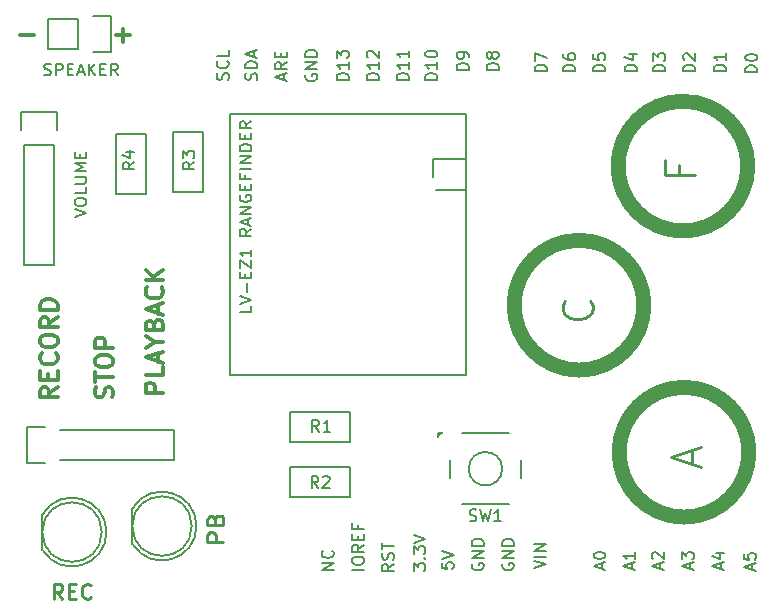
<source format=gto>
G04 #@! TF.FileFunction,Legend,Top*
%FSLAX46Y46*%
G04 Gerber Fmt 4.6, Leading zero omitted, Abs format (unit mm)*
G04 Created by KiCad (PCBNEW 4.0.1-3.201512221402+6198~38~ubuntu14.04.1-stable) date Fri 19 Feb 2016 11:58:25 AM PST*
%MOMM*%
G01*
G04 APERTURE LIST*
%ADD10C,0.100000*%
%ADD11C,1.270000*%
%ADD12C,0.300000*%
%ADD13C,0.152400*%
%ADD14C,0.150000*%
%ADD15C,0.254000*%
G04 APERTURE END LIST*
D10*
D11*
X151036860Y-103471140D02*
G75*
G03X151036860Y-103471140I-5494860J0D01*
G01*
X142146860Y-91025140D02*
G75*
G03X142146860Y-91025140I-5494860J0D01*
G01*
X150943720Y-79248000D02*
G75*
G03X150943720Y-79248000I-5494860J0D01*
G01*
D12*
X89344572Y-68179143D02*
X90487429Y-68179143D01*
X97472572Y-68179143D02*
X98615429Y-68179143D01*
X98044000Y-68750571D02*
X98044000Y-67607714D01*
X101453071Y-98448857D02*
X99953071Y-98448857D01*
X99953071Y-97877429D01*
X100024500Y-97734571D01*
X100095929Y-97663143D01*
X100238786Y-97591714D01*
X100453071Y-97591714D01*
X100595929Y-97663143D01*
X100667357Y-97734571D01*
X100738786Y-97877429D01*
X100738786Y-98448857D01*
X101453071Y-96234571D02*
X101453071Y-96948857D01*
X99953071Y-96948857D01*
X101024500Y-95806000D02*
X101024500Y-95091714D01*
X101453071Y-95948857D02*
X99953071Y-95448857D01*
X101453071Y-94948857D01*
X100738786Y-94163143D02*
X101453071Y-94163143D01*
X99953071Y-94663143D02*
X100738786Y-94163143D01*
X99953071Y-93663143D01*
X100667357Y-92663143D02*
X100738786Y-92448857D01*
X100810214Y-92377429D01*
X100953071Y-92306000D01*
X101167357Y-92306000D01*
X101310214Y-92377429D01*
X101381643Y-92448857D01*
X101453071Y-92591715D01*
X101453071Y-93163143D01*
X99953071Y-93163143D01*
X99953071Y-92663143D01*
X100024500Y-92520286D01*
X100095929Y-92448857D01*
X100238786Y-92377429D01*
X100381643Y-92377429D01*
X100524500Y-92448857D01*
X100595929Y-92520286D01*
X100667357Y-92663143D01*
X100667357Y-93163143D01*
X101024500Y-91734572D02*
X101024500Y-91020286D01*
X101453071Y-91877429D02*
X99953071Y-91377429D01*
X101453071Y-90877429D01*
X101310214Y-89520286D02*
X101381643Y-89591715D01*
X101453071Y-89806001D01*
X101453071Y-89948858D01*
X101381643Y-90163143D01*
X101238786Y-90306001D01*
X101095929Y-90377429D01*
X100810214Y-90448858D01*
X100595929Y-90448858D01*
X100310214Y-90377429D01*
X100167357Y-90306001D01*
X100024500Y-90163143D01*
X99953071Y-89948858D01*
X99953071Y-89806001D01*
X100024500Y-89591715D01*
X100095929Y-89520286D01*
X101453071Y-88877429D02*
X99953071Y-88877429D01*
X101453071Y-88020286D02*
X100595929Y-88663143D01*
X99953071Y-88020286D02*
X100810214Y-88877429D01*
X97127143Y-98837786D02*
X97198571Y-98623500D01*
X97198571Y-98266357D01*
X97127143Y-98123500D01*
X97055714Y-98052071D01*
X96912857Y-97980643D01*
X96770000Y-97980643D01*
X96627143Y-98052071D01*
X96555714Y-98123500D01*
X96484286Y-98266357D01*
X96412857Y-98552071D01*
X96341429Y-98694929D01*
X96270000Y-98766357D01*
X96127143Y-98837786D01*
X95984286Y-98837786D01*
X95841429Y-98766357D01*
X95770000Y-98694929D01*
X95698571Y-98552071D01*
X95698571Y-98194929D01*
X95770000Y-97980643D01*
X95698571Y-97552072D02*
X95698571Y-96694929D01*
X97198571Y-97123500D02*
X95698571Y-97123500D01*
X95698571Y-95909215D02*
X95698571Y-95623501D01*
X95770000Y-95480643D01*
X95912857Y-95337786D01*
X96198571Y-95266358D01*
X96698571Y-95266358D01*
X96984286Y-95337786D01*
X97127143Y-95480643D01*
X97198571Y-95623501D01*
X97198571Y-95909215D01*
X97127143Y-96052072D01*
X96984286Y-96194929D01*
X96698571Y-96266358D01*
X96198571Y-96266358D01*
X95912857Y-96194929D01*
X95770000Y-96052072D01*
X95698571Y-95909215D01*
X97198571Y-94623500D02*
X95698571Y-94623500D01*
X95698571Y-94052072D01*
X95770000Y-93909214D01*
X95841429Y-93837786D01*
X95984286Y-93766357D01*
X96198571Y-93766357D01*
X96341429Y-93837786D01*
X96412857Y-93909214D01*
X96484286Y-94052072D01*
X96484286Y-94623500D01*
X92499571Y-97972714D02*
X91785286Y-98472714D01*
X92499571Y-98829857D02*
X90999571Y-98829857D01*
X90999571Y-98258429D01*
X91071000Y-98115571D01*
X91142429Y-98044143D01*
X91285286Y-97972714D01*
X91499571Y-97972714D01*
X91642429Y-98044143D01*
X91713857Y-98115571D01*
X91785286Y-98258429D01*
X91785286Y-98829857D01*
X91713857Y-97329857D02*
X91713857Y-96829857D01*
X92499571Y-96615571D02*
X92499571Y-97329857D01*
X90999571Y-97329857D01*
X90999571Y-96615571D01*
X92356714Y-95115571D02*
X92428143Y-95187000D01*
X92499571Y-95401286D01*
X92499571Y-95544143D01*
X92428143Y-95758428D01*
X92285286Y-95901286D01*
X92142429Y-95972714D01*
X91856714Y-96044143D01*
X91642429Y-96044143D01*
X91356714Y-95972714D01*
X91213857Y-95901286D01*
X91071000Y-95758428D01*
X90999571Y-95544143D01*
X90999571Y-95401286D01*
X91071000Y-95187000D01*
X91142429Y-95115571D01*
X90999571Y-94187000D02*
X90999571Y-93901286D01*
X91071000Y-93758428D01*
X91213857Y-93615571D01*
X91499571Y-93544143D01*
X91999571Y-93544143D01*
X92285286Y-93615571D01*
X92428143Y-93758428D01*
X92499571Y-93901286D01*
X92499571Y-94187000D01*
X92428143Y-94329857D01*
X92285286Y-94472714D01*
X91999571Y-94544143D01*
X91499571Y-94544143D01*
X91213857Y-94472714D01*
X91071000Y-94329857D01*
X90999571Y-94187000D01*
X92499571Y-92044142D02*
X91785286Y-92544142D01*
X92499571Y-92901285D02*
X90999571Y-92901285D01*
X90999571Y-92329857D01*
X91071000Y-92186999D01*
X91142429Y-92115571D01*
X91285286Y-92044142D01*
X91499571Y-92044142D01*
X91642429Y-92115571D01*
X91713857Y-92186999D01*
X91785286Y-92329857D01*
X91785286Y-92901285D01*
X92499571Y-91401285D02*
X90999571Y-91401285D01*
X90999571Y-91044142D01*
X91071000Y-90829857D01*
X91213857Y-90686999D01*
X91356714Y-90615571D01*
X91642429Y-90544142D01*
X91856714Y-90544142D01*
X92142429Y-90615571D01*
X92285286Y-90686999D01*
X92428143Y-90829857D01*
X92499571Y-91044142D01*
X92499571Y-91401285D01*
D13*
X107124500Y-74866500D02*
X127063500Y-74866500D01*
X127063500Y-96964500D02*
X127063500Y-74866500D01*
X107124500Y-96964500D02*
X107124500Y-74866500D01*
X107124500Y-96964500D02*
X127063500Y-96964500D01*
D14*
X127063500Y-81309500D02*
X124579500Y-81309500D01*
X124249500Y-80189500D02*
X124249500Y-78639500D01*
X124274500Y-78614500D02*
X127063500Y-78614500D01*
X112141000Y-100076000D02*
X117221000Y-100076000D01*
X117221000Y-100076000D02*
X117221000Y-102616000D01*
X117221000Y-102616000D02*
X112141000Y-102616000D01*
X112141000Y-102616000D02*
X112141000Y-100076000D01*
X112141000Y-104711500D02*
X117221000Y-104711500D01*
X117221000Y-104711500D02*
X117221000Y-107251500D01*
X117221000Y-107251500D02*
X112141000Y-107251500D01*
X112141000Y-107251500D02*
X112141000Y-104711500D01*
X102235000Y-81470500D02*
X102235000Y-76390500D01*
X102235000Y-76390500D02*
X104775000Y-76390500D01*
X104775000Y-76390500D02*
X104775000Y-81470500D01*
X104775000Y-81470500D02*
X102235000Y-81470500D01*
X97409000Y-81597500D02*
X97409000Y-76517500D01*
X97409000Y-76517500D02*
X99949000Y-76517500D01*
X99949000Y-76517500D02*
X99949000Y-81597500D01*
X99949000Y-81597500D02*
X97409000Y-81597500D01*
X91241112Y-111760904D02*
G75*
G03X91226000Y-108736000I2484888J1524904D01*
G01*
X91226000Y-111736000D02*
X91226000Y-108736000D01*
X96243936Y-110236000D02*
G75*
G03X96243936Y-110236000I-2517936J0D01*
G01*
X98861112Y-111252904D02*
G75*
G03X98846000Y-108228000I2484888J1524904D01*
G01*
X98846000Y-111228000D02*
X98846000Y-108228000D01*
X103863936Y-109728000D02*
G75*
G03X103863936Y-109728000I-2517936J0D01*
G01*
X89382000Y-76200000D02*
X89382000Y-74650000D01*
X89382000Y-74650000D02*
X92482000Y-74650000D01*
X92482000Y-74650000D02*
X92482000Y-76200000D01*
X92202000Y-77470000D02*
X92202000Y-87630000D01*
X92202000Y-87630000D02*
X89662000Y-87630000D01*
X89662000Y-87630000D02*
X89662000Y-77470000D01*
X92202000Y-77470000D02*
X89662000Y-77470000D01*
X94234000Y-69342000D02*
X91694000Y-69342000D01*
X97054000Y-69622000D02*
X95504000Y-69622000D01*
X94234000Y-69342000D02*
X94234000Y-66802000D01*
X95504000Y-66522000D02*
X97054000Y-66522000D01*
X97054000Y-66522000D02*
X97054000Y-69622000D01*
X94234000Y-66802000D02*
X91694000Y-66802000D01*
X91694000Y-66802000D02*
X91694000Y-69342000D01*
X91440000Y-104420000D02*
X89890000Y-104420000D01*
X89890000Y-104420000D02*
X89890000Y-101320000D01*
X89890000Y-101320000D02*
X91440000Y-101320000D01*
X92710000Y-101600000D02*
X102362000Y-101600000D01*
X102362000Y-101600000D02*
X102362000Y-104140000D01*
X102362000Y-104140000D02*
X92710000Y-104140000D01*
X124780000Y-101870000D02*
X124780000Y-101970000D01*
X124680000Y-101820000D02*
X125030000Y-101820000D01*
X125030000Y-101820000D02*
G75*
G03X124680000Y-102170000I700000J-1050000D01*
G01*
X124680000Y-101820000D02*
X124680000Y-102170000D01*
X130144214Y-104870000D02*
G75*
G03X130144214Y-104870000I-1414214J0D01*
G01*
X126730000Y-107870000D02*
X130730000Y-107870000D01*
X126730000Y-101870000D02*
X130730000Y-101870000D01*
X125730000Y-105620000D02*
X125730000Y-104120000D01*
X131730000Y-104120000D02*
X131730000Y-105620000D01*
D10*
X125730000Y-104870000D02*
X125730000Y-104870000D01*
X130730000Y-107870000D02*
X126730000Y-107870000D01*
X130730000Y-101870000D02*
X126730000Y-101870000D01*
X131730000Y-104870000D02*
X131730000Y-104870000D01*
X130144214Y-104870000D02*
G75*
G03X130144214Y-104870000I-1414214J0D01*
G01*
D14*
X118435381Y-113410762D02*
X117435381Y-113410762D01*
X117435381Y-112744096D02*
X117435381Y-112553619D01*
X117483000Y-112458381D01*
X117578238Y-112363143D01*
X117768714Y-112315524D01*
X118102048Y-112315524D01*
X118292524Y-112363143D01*
X118387762Y-112458381D01*
X118435381Y-112553619D01*
X118435381Y-112744096D01*
X118387762Y-112839334D01*
X118292524Y-112934572D01*
X118102048Y-112982191D01*
X117768714Y-112982191D01*
X117578238Y-112934572D01*
X117483000Y-112839334D01*
X117435381Y-112744096D01*
X118435381Y-111315524D02*
X117959190Y-111648858D01*
X118435381Y-111886953D02*
X117435381Y-111886953D01*
X117435381Y-111506000D01*
X117483000Y-111410762D01*
X117530619Y-111363143D01*
X117625857Y-111315524D01*
X117768714Y-111315524D01*
X117863952Y-111363143D01*
X117911571Y-111410762D01*
X117959190Y-111506000D01*
X117959190Y-111886953D01*
X117911571Y-110886953D02*
X117911571Y-110553619D01*
X118435381Y-110410762D02*
X118435381Y-110886953D01*
X117435381Y-110886953D01*
X117435381Y-110410762D01*
X117911571Y-109648857D02*
X117911571Y-109982191D01*
X118435381Y-109982191D02*
X117435381Y-109982191D01*
X117435381Y-109506000D01*
X115875381Y-113434714D02*
X114875381Y-113434714D01*
X115875381Y-112863285D01*
X114875381Y-112863285D01*
X115780143Y-111815666D02*
X115827762Y-111863285D01*
X115875381Y-112006142D01*
X115875381Y-112101380D01*
X115827762Y-112244238D01*
X115732524Y-112339476D01*
X115637286Y-112387095D01*
X115446810Y-112434714D01*
X115303952Y-112434714D01*
X115113476Y-112387095D01*
X115018238Y-112339476D01*
X114923000Y-112244238D01*
X114875381Y-112101380D01*
X114875381Y-112006142D01*
X114923000Y-111863285D01*
X114970619Y-111815666D01*
X120975381Y-112942619D02*
X120499190Y-113275953D01*
X120975381Y-113514048D02*
X119975381Y-113514048D01*
X119975381Y-113133095D01*
X120023000Y-113037857D01*
X120070619Y-112990238D01*
X120165857Y-112942619D01*
X120308714Y-112942619D01*
X120403952Y-112990238D01*
X120451571Y-113037857D01*
X120499190Y-113133095D01*
X120499190Y-113514048D01*
X120927762Y-112561667D02*
X120975381Y-112418810D01*
X120975381Y-112180714D01*
X120927762Y-112085476D01*
X120880143Y-112037857D01*
X120784905Y-111990238D01*
X120689667Y-111990238D01*
X120594429Y-112037857D01*
X120546810Y-112085476D01*
X120499190Y-112180714D01*
X120451571Y-112371191D01*
X120403952Y-112466429D01*
X120356333Y-112514048D01*
X120261095Y-112561667D01*
X120165857Y-112561667D01*
X120070619Y-112514048D01*
X120023000Y-112466429D01*
X119975381Y-112371191D01*
X119975381Y-112133095D01*
X120023000Y-111990238D01*
X119975381Y-111704524D02*
X119975381Y-111133095D01*
X120975381Y-111418810D02*
X119975381Y-111418810D01*
X122642381Y-113490190D02*
X122642381Y-112871142D01*
X123023333Y-113204476D01*
X123023333Y-113061618D01*
X123070952Y-112966380D01*
X123118571Y-112918761D01*
X123213810Y-112871142D01*
X123451905Y-112871142D01*
X123547143Y-112918761D01*
X123594762Y-112966380D01*
X123642381Y-113061618D01*
X123642381Y-113347333D01*
X123594762Y-113442571D01*
X123547143Y-113490190D01*
X123547143Y-112442571D02*
X123594762Y-112394952D01*
X123642381Y-112442571D01*
X123594762Y-112490190D01*
X123547143Y-112442571D01*
X123642381Y-112442571D01*
X122642381Y-112061619D02*
X122642381Y-111442571D01*
X123023333Y-111775905D01*
X123023333Y-111633047D01*
X123070952Y-111537809D01*
X123118571Y-111490190D01*
X123213810Y-111442571D01*
X123451905Y-111442571D01*
X123547143Y-111490190D01*
X123594762Y-111537809D01*
X123642381Y-111633047D01*
X123642381Y-111918762D01*
X123594762Y-112014000D01*
X123547143Y-112061619D01*
X122642381Y-111156857D02*
X123642381Y-110823524D01*
X122642381Y-110490190D01*
X125035381Y-112839476D02*
X125035381Y-113315667D01*
X125511571Y-113363286D01*
X125463952Y-113315667D01*
X125416333Y-113220429D01*
X125416333Y-112982333D01*
X125463952Y-112887095D01*
X125511571Y-112839476D01*
X125606810Y-112791857D01*
X125844905Y-112791857D01*
X125940143Y-112839476D01*
X125987762Y-112887095D01*
X126035381Y-112982333D01*
X126035381Y-113220429D01*
X125987762Y-113315667D01*
X125940143Y-113363286D01*
X125035381Y-112506143D02*
X126035381Y-112172810D01*
X125035381Y-111839476D01*
X127623000Y-112902904D02*
X127575381Y-112998142D01*
X127575381Y-113140999D01*
X127623000Y-113283857D01*
X127718238Y-113379095D01*
X127813476Y-113426714D01*
X128003952Y-113474333D01*
X128146810Y-113474333D01*
X128337286Y-113426714D01*
X128432524Y-113379095D01*
X128527762Y-113283857D01*
X128575381Y-113140999D01*
X128575381Y-113045761D01*
X128527762Y-112902904D01*
X128480143Y-112855285D01*
X128146810Y-112855285D01*
X128146810Y-113045761D01*
X128575381Y-112426714D02*
X127575381Y-112426714D01*
X128575381Y-111855285D01*
X127575381Y-111855285D01*
X128575381Y-111379095D02*
X127575381Y-111379095D01*
X127575381Y-111141000D01*
X127623000Y-110998142D01*
X127718238Y-110902904D01*
X127813476Y-110855285D01*
X128003952Y-110807666D01*
X128146810Y-110807666D01*
X128337286Y-110855285D01*
X128432524Y-110902904D01*
X128527762Y-110998142D01*
X128575381Y-111141000D01*
X128575381Y-111379095D01*
X130198000Y-112902904D02*
X130150381Y-112998142D01*
X130150381Y-113140999D01*
X130198000Y-113283857D01*
X130293238Y-113379095D01*
X130388476Y-113426714D01*
X130578952Y-113474333D01*
X130721810Y-113474333D01*
X130912286Y-113426714D01*
X131007524Y-113379095D01*
X131102762Y-113283857D01*
X131150381Y-113140999D01*
X131150381Y-113045761D01*
X131102762Y-112902904D01*
X131055143Y-112855285D01*
X130721810Y-112855285D01*
X130721810Y-113045761D01*
X131150381Y-112426714D02*
X130150381Y-112426714D01*
X131150381Y-111855285D01*
X130150381Y-111855285D01*
X131150381Y-111379095D02*
X130150381Y-111379095D01*
X130150381Y-111141000D01*
X130198000Y-110998142D01*
X130293238Y-110902904D01*
X130388476Y-110855285D01*
X130578952Y-110807666D01*
X130721810Y-110807666D01*
X130912286Y-110855285D01*
X131007524Y-110902904D01*
X131102762Y-110998142D01*
X131150381Y-111141000D01*
X131150381Y-111379095D01*
X132825381Y-113311238D02*
X133825381Y-112977905D01*
X132825381Y-112644571D01*
X133825381Y-112311238D02*
X132825381Y-112311238D01*
X133825381Y-111835048D02*
X132825381Y-111835048D01*
X133825381Y-111263619D01*
X132825381Y-111263619D01*
X151319667Y-113438286D02*
X151319667Y-112962095D01*
X151605381Y-113533524D02*
X150605381Y-113200191D01*
X151605381Y-112866857D01*
X150605381Y-112057333D02*
X150605381Y-112533524D01*
X151081571Y-112581143D01*
X151033952Y-112533524D01*
X150986333Y-112438286D01*
X150986333Y-112200190D01*
X151033952Y-112104952D01*
X151081571Y-112057333D01*
X151176810Y-112009714D01*
X151414905Y-112009714D01*
X151510143Y-112057333D01*
X151557762Y-112104952D01*
X151605381Y-112200190D01*
X151605381Y-112438286D01*
X151557762Y-112533524D01*
X151510143Y-112581143D01*
X148644667Y-113363286D02*
X148644667Y-112887095D01*
X148930381Y-113458524D02*
X147930381Y-113125191D01*
X148930381Y-112791857D01*
X148263714Y-112029952D02*
X148930381Y-112029952D01*
X147882762Y-112268048D02*
X148597048Y-112506143D01*
X148597048Y-111887095D01*
X146069667Y-113363286D02*
X146069667Y-112887095D01*
X146355381Y-113458524D02*
X145355381Y-113125191D01*
X146355381Y-112791857D01*
X145355381Y-112553762D02*
X145355381Y-111934714D01*
X145736333Y-112268048D01*
X145736333Y-112125190D01*
X145783952Y-112029952D01*
X145831571Y-111982333D01*
X145926810Y-111934714D01*
X146164905Y-111934714D01*
X146260143Y-111982333D01*
X146307762Y-112029952D01*
X146355381Y-112125190D01*
X146355381Y-112410905D01*
X146307762Y-112506143D01*
X146260143Y-112553762D01*
X143529667Y-113363286D02*
X143529667Y-112887095D01*
X143815381Y-113458524D02*
X142815381Y-113125191D01*
X143815381Y-112791857D01*
X142910619Y-112506143D02*
X142863000Y-112458524D01*
X142815381Y-112363286D01*
X142815381Y-112125190D01*
X142863000Y-112029952D01*
X142910619Y-111982333D01*
X143005857Y-111934714D01*
X143101095Y-111934714D01*
X143243952Y-111982333D01*
X143815381Y-112553762D01*
X143815381Y-111934714D01*
X141116667Y-113363286D02*
X141116667Y-112887095D01*
X141402381Y-113458524D02*
X140402381Y-113125191D01*
X141402381Y-112791857D01*
X141402381Y-111934714D02*
X141402381Y-112506143D01*
X141402381Y-112220429D02*
X140402381Y-112220429D01*
X140545238Y-112315667D01*
X140640476Y-112410905D01*
X140688095Y-112506143D01*
X138596667Y-113363286D02*
X138596667Y-112887095D01*
X138882381Y-113458524D02*
X137882381Y-113125191D01*
X138882381Y-112791857D01*
X137882381Y-112268048D02*
X137882381Y-112172809D01*
X137930000Y-112077571D01*
X137977619Y-112029952D01*
X138072857Y-111982333D01*
X138263333Y-111934714D01*
X138501429Y-111934714D01*
X138691905Y-111982333D01*
X138787143Y-112029952D01*
X138834762Y-112077571D01*
X138882381Y-112172809D01*
X138882381Y-112268048D01*
X138834762Y-112363286D01*
X138787143Y-112410905D01*
X138691905Y-112458524D01*
X138501429Y-112506143D01*
X138263333Y-112506143D01*
X138072857Y-112458524D01*
X137977619Y-112410905D01*
X137930000Y-112363286D01*
X137882381Y-112268048D01*
X106937762Y-71929476D02*
X106985381Y-71786619D01*
X106985381Y-71548523D01*
X106937762Y-71453285D01*
X106890143Y-71405666D01*
X106794905Y-71358047D01*
X106699667Y-71358047D01*
X106604429Y-71405666D01*
X106556810Y-71453285D01*
X106509190Y-71548523D01*
X106461571Y-71739000D01*
X106413952Y-71834238D01*
X106366333Y-71881857D01*
X106271095Y-71929476D01*
X106175857Y-71929476D01*
X106080619Y-71881857D01*
X106033000Y-71834238D01*
X105985381Y-71739000D01*
X105985381Y-71500904D01*
X106033000Y-71358047D01*
X106890143Y-70358047D02*
X106937762Y-70405666D01*
X106985381Y-70548523D01*
X106985381Y-70643761D01*
X106937762Y-70786619D01*
X106842524Y-70881857D01*
X106747286Y-70929476D01*
X106556810Y-70977095D01*
X106413952Y-70977095D01*
X106223476Y-70929476D01*
X106128238Y-70881857D01*
X106033000Y-70786619D01*
X105985381Y-70643761D01*
X105985381Y-70548523D01*
X106033000Y-70405666D01*
X106080619Y-70358047D01*
X106985381Y-69453285D02*
X106985381Y-69929476D01*
X105985381Y-69929476D01*
X109350762Y-71953286D02*
X109398381Y-71810429D01*
X109398381Y-71572333D01*
X109350762Y-71477095D01*
X109303143Y-71429476D01*
X109207905Y-71381857D01*
X109112667Y-71381857D01*
X109017429Y-71429476D01*
X108969810Y-71477095D01*
X108922190Y-71572333D01*
X108874571Y-71762810D01*
X108826952Y-71858048D01*
X108779333Y-71905667D01*
X108684095Y-71953286D01*
X108588857Y-71953286D01*
X108493619Y-71905667D01*
X108446000Y-71858048D01*
X108398381Y-71762810D01*
X108398381Y-71524714D01*
X108446000Y-71381857D01*
X109398381Y-70953286D02*
X108398381Y-70953286D01*
X108398381Y-70715191D01*
X108446000Y-70572333D01*
X108541238Y-70477095D01*
X108636476Y-70429476D01*
X108826952Y-70381857D01*
X108969810Y-70381857D01*
X109160286Y-70429476D01*
X109255524Y-70477095D01*
X109350762Y-70572333D01*
X109398381Y-70715191D01*
X109398381Y-70953286D01*
X109112667Y-70000905D02*
X109112667Y-69524714D01*
X109398381Y-70096143D02*
X108398381Y-69762810D01*
X109398381Y-69429476D01*
X111652667Y-71929476D02*
X111652667Y-71453285D01*
X111938381Y-72024714D02*
X110938381Y-71691381D01*
X111938381Y-71358047D01*
X111938381Y-70453285D02*
X111462190Y-70786619D01*
X111938381Y-71024714D02*
X110938381Y-71024714D01*
X110938381Y-70643761D01*
X110986000Y-70548523D01*
X111033619Y-70500904D01*
X111128857Y-70453285D01*
X111271714Y-70453285D01*
X111366952Y-70500904D01*
X111414571Y-70548523D01*
X111462190Y-70643761D01*
X111462190Y-71024714D01*
X111414571Y-70024714D02*
X111414571Y-69691380D01*
X111938381Y-69548523D02*
X111938381Y-70024714D01*
X110938381Y-70024714D01*
X110938381Y-69548523D01*
X113526000Y-71500904D02*
X113478381Y-71596142D01*
X113478381Y-71738999D01*
X113526000Y-71881857D01*
X113621238Y-71977095D01*
X113716476Y-72024714D01*
X113906952Y-72072333D01*
X114049810Y-72072333D01*
X114240286Y-72024714D01*
X114335524Y-71977095D01*
X114430762Y-71881857D01*
X114478381Y-71738999D01*
X114478381Y-71643761D01*
X114430762Y-71500904D01*
X114383143Y-71453285D01*
X114049810Y-71453285D01*
X114049810Y-71643761D01*
X114478381Y-71024714D02*
X113478381Y-71024714D01*
X114478381Y-70453285D01*
X113478381Y-70453285D01*
X114478381Y-69977095D02*
X113478381Y-69977095D01*
X113478381Y-69739000D01*
X113526000Y-69596142D01*
X113621238Y-69500904D01*
X113716476Y-69453285D01*
X113906952Y-69405666D01*
X114049810Y-69405666D01*
X114240286Y-69453285D01*
X114335524Y-69500904D01*
X114430762Y-69596142D01*
X114478381Y-69739000D01*
X114478381Y-69977095D01*
X117145381Y-71953286D02*
X116145381Y-71953286D01*
X116145381Y-71715191D01*
X116193000Y-71572333D01*
X116288238Y-71477095D01*
X116383476Y-71429476D01*
X116573952Y-71381857D01*
X116716810Y-71381857D01*
X116907286Y-71429476D01*
X117002524Y-71477095D01*
X117097762Y-71572333D01*
X117145381Y-71715191D01*
X117145381Y-71953286D01*
X117145381Y-70429476D02*
X117145381Y-71000905D01*
X117145381Y-70715191D02*
X116145381Y-70715191D01*
X116288238Y-70810429D01*
X116383476Y-70905667D01*
X116431095Y-71000905D01*
X116145381Y-70096143D02*
X116145381Y-69477095D01*
X116526333Y-69810429D01*
X116526333Y-69667571D01*
X116573952Y-69572333D01*
X116621571Y-69524714D01*
X116716810Y-69477095D01*
X116954905Y-69477095D01*
X117050143Y-69524714D01*
X117097762Y-69572333D01*
X117145381Y-69667571D01*
X117145381Y-69953286D01*
X117097762Y-70048524D01*
X117050143Y-70096143D01*
X119685381Y-71953286D02*
X118685381Y-71953286D01*
X118685381Y-71715191D01*
X118733000Y-71572333D01*
X118828238Y-71477095D01*
X118923476Y-71429476D01*
X119113952Y-71381857D01*
X119256810Y-71381857D01*
X119447286Y-71429476D01*
X119542524Y-71477095D01*
X119637762Y-71572333D01*
X119685381Y-71715191D01*
X119685381Y-71953286D01*
X119685381Y-70429476D02*
X119685381Y-71000905D01*
X119685381Y-70715191D02*
X118685381Y-70715191D01*
X118828238Y-70810429D01*
X118923476Y-70905667D01*
X118971095Y-71000905D01*
X118780619Y-70048524D02*
X118733000Y-70000905D01*
X118685381Y-69905667D01*
X118685381Y-69667571D01*
X118733000Y-69572333D01*
X118780619Y-69524714D01*
X118875857Y-69477095D01*
X118971095Y-69477095D01*
X119113952Y-69524714D01*
X119685381Y-70096143D01*
X119685381Y-69477095D01*
X122225381Y-71953286D02*
X121225381Y-71953286D01*
X121225381Y-71715191D01*
X121273000Y-71572333D01*
X121368238Y-71477095D01*
X121463476Y-71429476D01*
X121653952Y-71381857D01*
X121796810Y-71381857D01*
X121987286Y-71429476D01*
X122082524Y-71477095D01*
X122177762Y-71572333D01*
X122225381Y-71715191D01*
X122225381Y-71953286D01*
X122225381Y-70429476D02*
X122225381Y-71000905D01*
X122225381Y-70715191D02*
X121225381Y-70715191D01*
X121368238Y-70810429D01*
X121463476Y-70905667D01*
X121511095Y-71000905D01*
X122225381Y-69477095D02*
X122225381Y-70048524D01*
X122225381Y-69762810D02*
X121225381Y-69762810D01*
X121368238Y-69858048D01*
X121463476Y-69953286D01*
X121511095Y-70048524D01*
X124638381Y-71953286D02*
X123638381Y-71953286D01*
X123638381Y-71715191D01*
X123686000Y-71572333D01*
X123781238Y-71477095D01*
X123876476Y-71429476D01*
X124066952Y-71381857D01*
X124209810Y-71381857D01*
X124400286Y-71429476D01*
X124495524Y-71477095D01*
X124590762Y-71572333D01*
X124638381Y-71715191D01*
X124638381Y-71953286D01*
X124638381Y-70429476D02*
X124638381Y-71000905D01*
X124638381Y-70715191D02*
X123638381Y-70715191D01*
X123781238Y-70810429D01*
X123876476Y-70905667D01*
X123924095Y-71000905D01*
X123638381Y-69810429D02*
X123638381Y-69715190D01*
X123686000Y-69619952D01*
X123733619Y-69572333D01*
X123828857Y-69524714D01*
X124019333Y-69477095D01*
X124257429Y-69477095D01*
X124447905Y-69524714D01*
X124543143Y-69572333D01*
X124590762Y-69619952D01*
X124638381Y-69715190D01*
X124638381Y-69810429D01*
X124590762Y-69905667D01*
X124543143Y-69953286D01*
X124447905Y-70000905D01*
X124257429Y-70048524D01*
X124019333Y-70048524D01*
X123828857Y-70000905D01*
X123733619Y-69953286D01*
X123686000Y-69905667D01*
X123638381Y-69810429D01*
X127305381Y-71096095D02*
X126305381Y-71096095D01*
X126305381Y-70858000D01*
X126353000Y-70715142D01*
X126448238Y-70619904D01*
X126543476Y-70572285D01*
X126733952Y-70524666D01*
X126876810Y-70524666D01*
X127067286Y-70572285D01*
X127162524Y-70619904D01*
X127257762Y-70715142D01*
X127305381Y-70858000D01*
X127305381Y-71096095D01*
X127305381Y-70048476D02*
X127305381Y-69858000D01*
X127257762Y-69762761D01*
X127210143Y-69715142D01*
X127067286Y-69619904D01*
X126876810Y-69572285D01*
X126495857Y-69572285D01*
X126400619Y-69619904D01*
X126353000Y-69667523D01*
X126305381Y-69762761D01*
X126305381Y-69953238D01*
X126353000Y-70048476D01*
X126400619Y-70096095D01*
X126495857Y-70143714D01*
X126733952Y-70143714D01*
X126829190Y-70096095D01*
X126876810Y-70048476D01*
X126924429Y-69953238D01*
X126924429Y-69762761D01*
X126876810Y-69667523D01*
X126829190Y-69619904D01*
X126733952Y-69572285D01*
X129845381Y-71096095D02*
X128845381Y-71096095D01*
X128845381Y-70858000D01*
X128893000Y-70715142D01*
X128988238Y-70619904D01*
X129083476Y-70572285D01*
X129273952Y-70524666D01*
X129416810Y-70524666D01*
X129607286Y-70572285D01*
X129702524Y-70619904D01*
X129797762Y-70715142D01*
X129845381Y-70858000D01*
X129845381Y-71096095D01*
X129273952Y-69953238D02*
X129226333Y-70048476D01*
X129178714Y-70096095D01*
X129083476Y-70143714D01*
X129035857Y-70143714D01*
X128940619Y-70096095D01*
X128893000Y-70048476D01*
X128845381Y-69953238D01*
X128845381Y-69762761D01*
X128893000Y-69667523D01*
X128940619Y-69619904D01*
X129035857Y-69572285D01*
X129083476Y-69572285D01*
X129178714Y-69619904D01*
X129226333Y-69667523D01*
X129273952Y-69762761D01*
X129273952Y-69953238D01*
X129321571Y-70048476D01*
X129369190Y-70096095D01*
X129464429Y-70143714D01*
X129654905Y-70143714D01*
X129750143Y-70096095D01*
X129797762Y-70048476D01*
X129845381Y-69953238D01*
X129845381Y-69762761D01*
X129797762Y-69667523D01*
X129750143Y-69619904D01*
X129654905Y-69572285D01*
X129464429Y-69572285D01*
X129369190Y-69619904D01*
X129321571Y-69667523D01*
X129273952Y-69762761D01*
X133909381Y-71223095D02*
X132909381Y-71223095D01*
X132909381Y-70985000D01*
X132957000Y-70842142D01*
X133052238Y-70746904D01*
X133147476Y-70699285D01*
X133337952Y-70651666D01*
X133480810Y-70651666D01*
X133671286Y-70699285D01*
X133766524Y-70746904D01*
X133861762Y-70842142D01*
X133909381Y-70985000D01*
X133909381Y-71223095D01*
X132909381Y-70318333D02*
X132909381Y-69651666D01*
X133909381Y-70080238D01*
X136322381Y-71223095D02*
X135322381Y-71223095D01*
X135322381Y-70985000D01*
X135370000Y-70842142D01*
X135465238Y-70746904D01*
X135560476Y-70699285D01*
X135750952Y-70651666D01*
X135893810Y-70651666D01*
X136084286Y-70699285D01*
X136179524Y-70746904D01*
X136274762Y-70842142D01*
X136322381Y-70985000D01*
X136322381Y-71223095D01*
X135322381Y-69794523D02*
X135322381Y-69985000D01*
X135370000Y-70080238D01*
X135417619Y-70127857D01*
X135560476Y-70223095D01*
X135750952Y-70270714D01*
X136131905Y-70270714D01*
X136227143Y-70223095D01*
X136274762Y-70175476D01*
X136322381Y-70080238D01*
X136322381Y-69889761D01*
X136274762Y-69794523D01*
X136227143Y-69746904D01*
X136131905Y-69699285D01*
X135893810Y-69699285D01*
X135798571Y-69746904D01*
X135750952Y-69794523D01*
X135703333Y-69889761D01*
X135703333Y-70080238D01*
X135750952Y-70175476D01*
X135798571Y-70223095D01*
X135893810Y-70270714D01*
X138862381Y-71223095D02*
X137862381Y-71223095D01*
X137862381Y-70985000D01*
X137910000Y-70842142D01*
X138005238Y-70746904D01*
X138100476Y-70699285D01*
X138290952Y-70651666D01*
X138433810Y-70651666D01*
X138624286Y-70699285D01*
X138719524Y-70746904D01*
X138814762Y-70842142D01*
X138862381Y-70985000D01*
X138862381Y-71223095D01*
X137862381Y-69746904D02*
X137862381Y-70223095D01*
X138338571Y-70270714D01*
X138290952Y-70223095D01*
X138243333Y-70127857D01*
X138243333Y-69889761D01*
X138290952Y-69794523D01*
X138338571Y-69746904D01*
X138433810Y-69699285D01*
X138671905Y-69699285D01*
X138767143Y-69746904D01*
X138814762Y-69794523D01*
X138862381Y-69889761D01*
X138862381Y-70127857D01*
X138814762Y-70223095D01*
X138767143Y-70270714D01*
X141529381Y-71223095D02*
X140529381Y-71223095D01*
X140529381Y-70985000D01*
X140577000Y-70842142D01*
X140672238Y-70746904D01*
X140767476Y-70699285D01*
X140957952Y-70651666D01*
X141100810Y-70651666D01*
X141291286Y-70699285D01*
X141386524Y-70746904D01*
X141481762Y-70842142D01*
X141529381Y-70985000D01*
X141529381Y-71223095D01*
X140862714Y-69794523D02*
X141529381Y-69794523D01*
X140481762Y-70032619D02*
X141196048Y-70270714D01*
X141196048Y-69651666D01*
X143942381Y-71223095D02*
X142942381Y-71223095D01*
X142942381Y-70985000D01*
X142990000Y-70842142D01*
X143085238Y-70746904D01*
X143180476Y-70699285D01*
X143370952Y-70651666D01*
X143513810Y-70651666D01*
X143704286Y-70699285D01*
X143799524Y-70746904D01*
X143894762Y-70842142D01*
X143942381Y-70985000D01*
X143942381Y-71223095D01*
X142942381Y-70318333D02*
X142942381Y-69699285D01*
X143323333Y-70032619D01*
X143323333Y-69889761D01*
X143370952Y-69794523D01*
X143418571Y-69746904D01*
X143513810Y-69699285D01*
X143751905Y-69699285D01*
X143847143Y-69746904D01*
X143894762Y-69794523D01*
X143942381Y-69889761D01*
X143942381Y-70175476D01*
X143894762Y-70270714D01*
X143847143Y-70318333D01*
X146482381Y-71223095D02*
X145482381Y-71223095D01*
X145482381Y-70985000D01*
X145530000Y-70842142D01*
X145625238Y-70746904D01*
X145720476Y-70699285D01*
X145910952Y-70651666D01*
X146053810Y-70651666D01*
X146244286Y-70699285D01*
X146339524Y-70746904D01*
X146434762Y-70842142D01*
X146482381Y-70985000D01*
X146482381Y-71223095D01*
X145577619Y-70270714D02*
X145530000Y-70223095D01*
X145482381Y-70127857D01*
X145482381Y-69889761D01*
X145530000Y-69794523D01*
X145577619Y-69746904D01*
X145672857Y-69699285D01*
X145768095Y-69699285D01*
X145910952Y-69746904D01*
X146482381Y-70318333D01*
X146482381Y-69699285D01*
X149057381Y-71223095D02*
X148057381Y-71223095D01*
X148057381Y-70985000D01*
X148105000Y-70842142D01*
X148200238Y-70746904D01*
X148295476Y-70699285D01*
X148485952Y-70651666D01*
X148628810Y-70651666D01*
X148819286Y-70699285D01*
X148914524Y-70746904D01*
X149009762Y-70842142D01*
X149057381Y-70985000D01*
X149057381Y-71223095D01*
X149057381Y-69699285D02*
X149057381Y-70270714D01*
X149057381Y-69985000D02*
X148057381Y-69985000D01*
X148200238Y-70080238D01*
X148295476Y-70175476D01*
X148343095Y-70270714D01*
X151732381Y-71298095D02*
X150732381Y-71298095D01*
X150732381Y-71060000D01*
X150780000Y-70917142D01*
X150875238Y-70821904D01*
X150970476Y-70774285D01*
X151160952Y-70726666D01*
X151303810Y-70726666D01*
X151494286Y-70774285D01*
X151589524Y-70821904D01*
X151684762Y-70917142D01*
X151732381Y-71060000D01*
X151732381Y-71298095D01*
X150732381Y-70107619D02*
X150732381Y-70012380D01*
X150780000Y-69917142D01*
X150827619Y-69869523D01*
X150922857Y-69821904D01*
X151113333Y-69774285D01*
X151351429Y-69774285D01*
X151541905Y-69821904D01*
X151637143Y-69869523D01*
X151684762Y-69917142D01*
X151732381Y-70012380D01*
X151732381Y-70107619D01*
X151684762Y-70202857D01*
X151637143Y-70250476D01*
X151541905Y-70298095D01*
X151351429Y-70345714D01*
X151113333Y-70345714D01*
X150922857Y-70298095D01*
X150827619Y-70250476D01*
X150780000Y-70202857D01*
X150732381Y-70107619D01*
X108910381Y-91137428D02*
X108910381Y-91613619D01*
X107910381Y-91613619D01*
X107910381Y-90946952D02*
X108910381Y-90613619D01*
X107910381Y-90280285D01*
X108529429Y-89946952D02*
X108529429Y-89185047D01*
X108386571Y-88708857D02*
X108386571Y-88375523D01*
X108910381Y-88232666D02*
X108910381Y-88708857D01*
X107910381Y-88708857D01*
X107910381Y-88232666D01*
X107910381Y-87899333D02*
X107910381Y-87232666D01*
X108910381Y-87899333D01*
X108910381Y-87232666D01*
X108910381Y-86327904D02*
X108910381Y-86899333D01*
X108910381Y-86613619D02*
X107910381Y-86613619D01*
X108053238Y-86708857D01*
X108148476Y-86804095D01*
X108196095Y-86899333D01*
X108910381Y-84565999D02*
X108434190Y-84899333D01*
X108910381Y-85137428D02*
X107910381Y-85137428D01*
X107910381Y-84756475D01*
X107958000Y-84661237D01*
X108005619Y-84613618D01*
X108100857Y-84565999D01*
X108243714Y-84565999D01*
X108338952Y-84613618D01*
X108386571Y-84661237D01*
X108434190Y-84756475D01*
X108434190Y-85137428D01*
X108624667Y-84185047D02*
X108624667Y-83708856D01*
X108910381Y-84280285D02*
X107910381Y-83946952D01*
X108910381Y-83613618D01*
X108910381Y-83280285D02*
X107910381Y-83280285D01*
X108910381Y-82708856D01*
X107910381Y-82708856D01*
X107958000Y-81708856D02*
X107910381Y-81804094D01*
X107910381Y-81946951D01*
X107958000Y-82089809D01*
X108053238Y-82185047D01*
X108148476Y-82232666D01*
X108338952Y-82280285D01*
X108481810Y-82280285D01*
X108672286Y-82232666D01*
X108767524Y-82185047D01*
X108862762Y-82089809D01*
X108910381Y-81946951D01*
X108910381Y-81851713D01*
X108862762Y-81708856D01*
X108815143Y-81661237D01*
X108481810Y-81661237D01*
X108481810Y-81851713D01*
X108386571Y-81232666D02*
X108386571Y-80899332D01*
X108910381Y-80756475D02*
X108910381Y-81232666D01*
X107910381Y-81232666D01*
X107910381Y-80756475D01*
X108386571Y-79994570D02*
X108386571Y-80327904D01*
X108910381Y-80327904D02*
X107910381Y-80327904D01*
X107910381Y-79851713D01*
X108910381Y-79470761D02*
X107910381Y-79470761D01*
X108910381Y-78994571D02*
X107910381Y-78994571D01*
X108910381Y-78423142D01*
X107910381Y-78423142D01*
X108910381Y-77946952D02*
X107910381Y-77946952D01*
X107910381Y-77708857D01*
X107958000Y-77565999D01*
X108053238Y-77470761D01*
X108148476Y-77423142D01*
X108338952Y-77375523D01*
X108481810Y-77375523D01*
X108672286Y-77423142D01*
X108767524Y-77470761D01*
X108862762Y-77565999D01*
X108910381Y-77708857D01*
X108910381Y-77946952D01*
X108386571Y-76946952D02*
X108386571Y-76613618D01*
X108910381Y-76470761D02*
X108910381Y-76946952D01*
X107910381Y-76946952D01*
X107910381Y-76470761D01*
X108910381Y-75470761D02*
X108434190Y-75804095D01*
X108910381Y-76042190D02*
X107910381Y-76042190D01*
X107910381Y-75661237D01*
X107958000Y-75565999D01*
X108005619Y-75518380D01*
X108100857Y-75470761D01*
X108243714Y-75470761D01*
X108338952Y-75518380D01*
X108386571Y-75565999D01*
X108434190Y-75661237D01*
X108434190Y-76042190D01*
X114641334Y-101734881D02*
X114308000Y-101258690D01*
X114069905Y-101734881D02*
X114069905Y-100734881D01*
X114450858Y-100734881D01*
X114546096Y-100782500D01*
X114593715Y-100830119D01*
X114641334Y-100925357D01*
X114641334Y-101068214D01*
X114593715Y-101163452D01*
X114546096Y-101211071D01*
X114450858Y-101258690D01*
X114069905Y-101258690D01*
X115593715Y-101734881D02*
X115022286Y-101734881D01*
X115308000Y-101734881D02*
X115308000Y-100734881D01*
X115212762Y-100877738D01*
X115117524Y-100972976D01*
X115022286Y-101020595D01*
X114577834Y-106497381D02*
X114244500Y-106021190D01*
X114006405Y-106497381D02*
X114006405Y-105497381D01*
X114387358Y-105497381D01*
X114482596Y-105545000D01*
X114530215Y-105592619D01*
X114577834Y-105687857D01*
X114577834Y-105830714D01*
X114530215Y-105925952D01*
X114482596Y-105973571D01*
X114387358Y-106021190D01*
X114006405Y-106021190D01*
X114958786Y-105592619D02*
X115006405Y-105545000D01*
X115101643Y-105497381D01*
X115339739Y-105497381D01*
X115434977Y-105545000D01*
X115482596Y-105592619D01*
X115530215Y-105687857D01*
X115530215Y-105783095D01*
X115482596Y-105925952D01*
X114911167Y-106497381D01*
X115530215Y-106497381D01*
X104084381Y-78906666D02*
X103608190Y-79240000D01*
X104084381Y-79478095D02*
X103084381Y-79478095D01*
X103084381Y-79097142D01*
X103132000Y-79001904D01*
X103179619Y-78954285D01*
X103274857Y-78906666D01*
X103417714Y-78906666D01*
X103512952Y-78954285D01*
X103560571Y-79001904D01*
X103608190Y-79097142D01*
X103608190Y-79478095D01*
X103084381Y-78573333D02*
X103084381Y-77954285D01*
X103465333Y-78287619D01*
X103465333Y-78144761D01*
X103512952Y-78049523D01*
X103560571Y-78001904D01*
X103655810Y-77954285D01*
X103893905Y-77954285D01*
X103989143Y-78001904D01*
X104036762Y-78049523D01*
X104084381Y-78144761D01*
X104084381Y-78430476D01*
X104036762Y-78525714D01*
X103989143Y-78573333D01*
X99004381Y-78906666D02*
X98528190Y-79240000D01*
X99004381Y-79478095D02*
X98004381Y-79478095D01*
X98004381Y-79097142D01*
X98052000Y-79001904D01*
X98099619Y-78954285D01*
X98194857Y-78906666D01*
X98337714Y-78906666D01*
X98432952Y-78954285D01*
X98480571Y-79001904D01*
X98528190Y-79097142D01*
X98528190Y-79478095D01*
X98337714Y-78049523D02*
X99004381Y-78049523D01*
X97956762Y-78287619D02*
X98671048Y-78525714D01*
X98671048Y-77906666D01*
D15*
X146219333Y-104490761D02*
X146219333Y-103281238D01*
X146945048Y-104732666D02*
X144405048Y-103886000D01*
X146945048Y-103039333D01*
X145106571Y-79139142D02*
X145106571Y-79985809D01*
X146437048Y-79985809D02*
X143897048Y-79985809D01*
X143897048Y-78776285D01*
X137559143Y-90653810D02*
X137680095Y-90774762D01*
X137801048Y-91137619D01*
X137801048Y-91379524D01*
X137680095Y-91742381D01*
X137438190Y-91984286D01*
X137196286Y-92105238D01*
X136712476Y-92226190D01*
X136349619Y-92226190D01*
X135865810Y-92105238D01*
X135623905Y-91984286D01*
X135382000Y-91742381D01*
X135261048Y-91379524D01*
X135261048Y-91137619D01*
X135382000Y-90774762D01*
X135502952Y-90653810D01*
X92909571Y-115890524D02*
X92486238Y-115285762D01*
X92183857Y-115890524D02*
X92183857Y-114620524D01*
X92667666Y-114620524D01*
X92788619Y-114681000D01*
X92849095Y-114741476D01*
X92909571Y-114862429D01*
X92909571Y-115043857D01*
X92849095Y-115164810D01*
X92788619Y-115225286D01*
X92667666Y-115285762D01*
X92183857Y-115285762D01*
X93453857Y-115225286D02*
X93877190Y-115225286D01*
X94058619Y-115890524D02*
X93453857Y-115890524D01*
X93453857Y-114620524D01*
X94058619Y-114620524D01*
X95328619Y-115769571D02*
X95268143Y-115830048D01*
X95086714Y-115890524D01*
X94965762Y-115890524D01*
X94784334Y-115830048D01*
X94663381Y-115709095D01*
X94602905Y-115588143D01*
X94542429Y-115346238D01*
X94542429Y-115164810D01*
X94602905Y-114922905D01*
X94663381Y-114801952D01*
X94784334Y-114681000D01*
X94965762Y-114620524D01*
X95086714Y-114620524D01*
X95268143Y-114681000D01*
X95328619Y-114741476D01*
X106549976Y-111046381D02*
X105152976Y-111046381D01*
X105152976Y-110514190D01*
X105219500Y-110381143D01*
X105286024Y-110314619D01*
X105419071Y-110248095D01*
X105618643Y-110248095D01*
X105751690Y-110314619D01*
X105818214Y-110381143D01*
X105884738Y-110514190D01*
X105884738Y-111046381D01*
X105818214Y-109183714D02*
X105884738Y-108984143D01*
X105951262Y-108917619D01*
X106084310Y-108851095D01*
X106283881Y-108851095D01*
X106416929Y-108917619D01*
X106483452Y-108984143D01*
X106549976Y-109117190D01*
X106549976Y-109649381D01*
X105152976Y-109649381D01*
X105152976Y-109183714D01*
X105219500Y-109050667D01*
X105286024Y-108984143D01*
X105419071Y-108917619D01*
X105552119Y-108917619D01*
X105685167Y-108984143D01*
X105751690Y-109050667D01*
X105818214Y-109183714D01*
X105818214Y-109649381D01*
D14*
X93940381Y-83581524D02*
X94940381Y-83248191D01*
X93940381Y-82914857D01*
X93940381Y-82391048D02*
X93940381Y-82200571D01*
X93988000Y-82105333D01*
X94083238Y-82010095D01*
X94273714Y-81962476D01*
X94607048Y-81962476D01*
X94797524Y-82010095D01*
X94892762Y-82105333D01*
X94940381Y-82200571D01*
X94940381Y-82391048D01*
X94892762Y-82486286D01*
X94797524Y-82581524D01*
X94607048Y-82629143D01*
X94273714Y-82629143D01*
X94083238Y-82581524D01*
X93988000Y-82486286D01*
X93940381Y-82391048D01*
X94940381Y-81057714D02*
X94940381Y-81533905D01*
X93940381Y-81533905D01*
X93940381Y-80724381D02*
X94749905Y-80724381D01*
X94845143Y-80676762D01*
X94892762Y-80629143D01*
X94940381Y-80533905D01*
X94940381Y-80343428D01*
X94892762Y-80248190D01*
X94845143Y-80200571D01*
X94749905Y-80152952D01*
X93940381Y-80152952D01*
X94940381Y-79676762D02*
X93940381Y-79676762D01*
X94654667Y-79343428D01*
X93940381Y-79010095D01*
X94940381Y-79010095D01*
X94416571Y-78533905D02*
X94416571Y-78200571D01*
X94940381Y-78057714D02*
X94940381Y-78533905D01*
X93940381Y-78533905D01*
X93940381Y-78057714D01*
X91368952Y-71524762D02*
X91511809Y-71572381D01*
X91749905Y-71572381D01*
X91845143Y-71524762D01*
X91892762Y-71477143D01*
X91940381Y-71381905D01*
X91940381Y-71286667D01*
X91892762Y-71191429D01*
X91845143Y-71143810D01*
X91749905Y-71096190D01*
X91559428Y-71048571D01*
X91464190Y-71000952D01*
X91416571Y-70953333D01*
X91368952Y-70858095D01*
X91368952Y-70762857D01*
X91416571Y-70667619D01*
X91464190Y-70620000D01*
X91559428Y-70572381D01*
X91797524Y-70572381D01*
X91940381Y-70620000D01*
X92368952Y-71572381D02*
X92368952Y-70572381D01*
X92749905Y-70572381D01*
X92845143Y-70620000D01*
X92892762Y-70667619D01*
X92940381Y-70762857D01*
X92940381Y-70905714D01*
X92892762Y-71000952D01*
X92845143Y-71048571D01*
X92749905Y-71096190D01*
X92368952Y-71096190D01*
X93368952Y-71048571D02*
X93702286Y-71048571D01*
X93845143Y-71572381D02*
X93368952Y-71572381D01*
X93368952Y-70572381D01*
X93845143Y-70572381D01*
X94226095Y-71286667D02*
X94702286Y-71286667D01*
X94130857Y-71572381D02*
X94464190Y-70572381D01*
X94797524Y-71572381D01*
X95130857Y-71572381D02*
X95130857Y-70572381D01*
X95702286Y-71572381D02*
X95273714Y-71000952D01*
X95702286Y-70572381D02*
X95130857Y-71143810D01*
X96130857Y-71048571D02*
X96464191Y-71048571D01*
X96607048Y-71572381D02*
X96130857Y-71572381D01*
X96130857Y-70572381D01*
X96607048Y-70572381D01*
X97607048Y-71572381D02*
X97273714Y-71096190D01*
X97035619Y-71572381D02*
X97035619Y-70572381D01*
X97416572Y-70572381D01*
X97511810Y-70620000D01*
X97559429Y-70667619D01*
X97607048Y-70762857D01*
X97607048Y-70905714D01*
X97559429Y-71000952D01*
X97511810Y-71048571D01*
X97416572Y-71096190D01*
X97035619Y-71096190D01*
X127396667Y-109274762D02*
X127539524Y-109322381D01*
X127777620Y-109322381D01*
X127872858Y-109274762D01*
X127920477Y-109227143D01*
X127968096Y-109131905D01*
X127968096Y-109036667D01*
X127920477Y-108941429D01*
X127872858Y-108893810D01*
X127777620Y-108846190D01*
X127587143Y-108798571D01*
X127491905Y-108750952D01*
X127444286Y-108703333D01*
X127396667Y-108608095D01*
X127396667Y-108512857D01*
X127444286Y-108417619D01*
X127491905Y-108370000D01*
X127587143Y-108322381D01*
X127825239Y-108322381D01*
X127968096Y-108370000D01*
X128301429Y-108322381D02*
X128539524Y-109322381D01*
X128730001Y-108608095D01*
X128920477Y-109322381D01*
X129158572Y-108322381D01*
X130063334Y-109322381D02*
X129491905Y-109322381D01*
X129777619Y-109322381D02*
X129777619Y-108322381D01*
X129682381Y-108465238D01*
X129587143Y-108560476D01*
X129491905Y-108608095D01*
M02*

</source>
